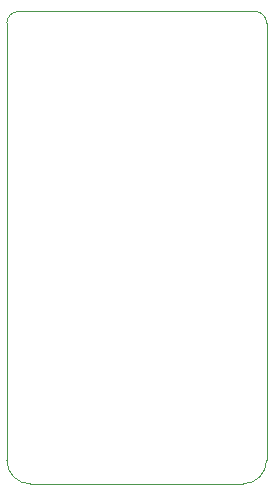
<source format=gbr>
%TF.GenerationSoftware,KiCad,Pcbnew,(5.1.10)-1*%
%TF.CreationDate,2021-10-19T17:14:30+03:00*%
%TF.ProjectId,msp,6d73702e-6b69-4636-9164-5f7063625858,rev?*%
%TF.SameCoordinates,Original*%
%TF.FileFunction,Profile,NP*%
%FSLAX46Y46*%
G04 Gerber Fmt 4.6, Leading zero omitted, Abs format (unit mm)*
G04 Created by KiCad (PCBNEW (5.1.10)-1) date 2021-10-19 17:14:30*
%MOMM*%
%LPD*%
G01*
G04 APERTURE LIST*
%TA.AperFunction,Profile*%
%ADD10C,0.050000*%
%TD*%
G04 APERTURE END LIST*
D10*
X107000000Y-116000000D02*
X107000000Y-79000000D01*
X87000000Y-118000000D02*
X105000000Y-118000000D01*
X85000000Y-79000000D02*
X85000000Y-116000000D01*
X106000000Y-78000000D02*
X86000000Y-78000000D01*
X85000000Y-79000000D02*
G75*
G02*
X86000000Y-78000000I1000000J0D01*
G01*
X106000000Y-78000000D02*
G75*
G02*
X107000000Y-79000000I0J-1000000D01*
G01*
X107000000Y-116000000D02*
G75*
G02*
X105000000Y-118000000I-2000000J0D01*
G01*
X87000000Y-118000000D02*
G75*
G02*
X85000000Y-116000000I0J2000000D01*
G01*
M02*

</source>
